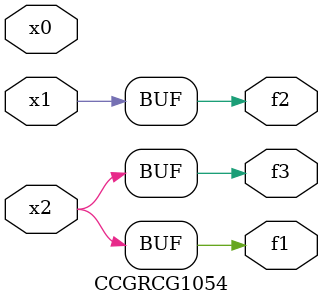
<source format=v>
module CCGRCG1054(
	input x0, x1, x2,
	output f1, f2, f3
);
	assign f1 = x2;
	assign f2 = x1;
	assign f3 = x2;
endmodule

</source>
